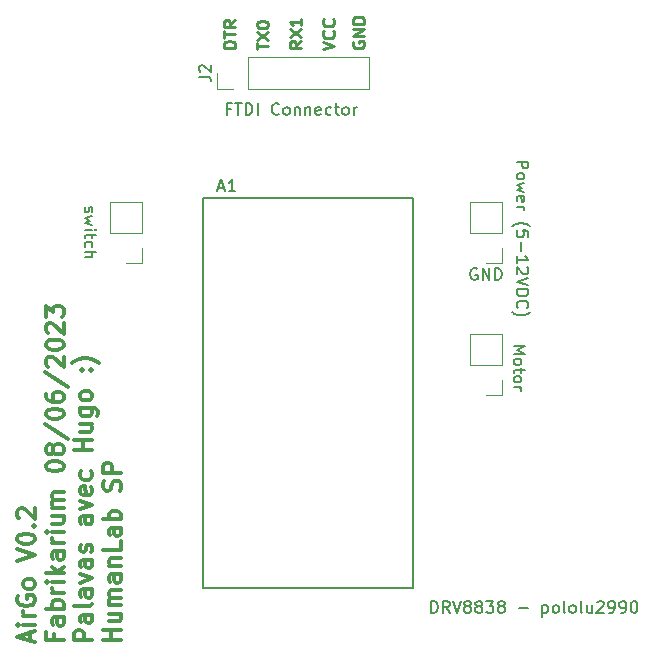
<source format=gbr>
%TF.GenerationSoftware,KiCad,Pcbnew,8.0.1-8.0.1-1~ubuntu22.04.1*%
%TF.CreationDate,2024-03-21T15:32:47+01:00*%
%TF.ProjectId,AirGo,41697247-6f2e-46b6-9963-61645f706362,rev?*%
%TF.SameCoordinates,Original*%
%TF.FileFunction,Legend,Top*%
%TF.FilePolarity,Positive*%
%FSLAX46Y46*%
G04 Gerber Fmt 4.6, Leading zero omitted, Abs format (unit mm)*
G04 Created by KiCad (PCBNEW 8.0.1-8.0.1-1~ubuntu22.04.1) date 2024-03-21 15:32:47*
%MOMM*%
%LPD*%
G01*
G04 APERTURE LIST*
%ADD10C,0.250000*%
%ADD11C,0.300000*%
%ADD12C,0.150000*%
%ADD13C,0.120000*%
G04 APERTURE END LIST*
D10*
X120832238Y-43777622D02*
X120784619Y-43872860D01*
X120784619Y-43872860D02*
X120784619Y-44015717D01*
X120784619Y-44015717D02*
X120832238Y-44158574D01*
X120832238Y-44158574D02*
X120927476Y-44253812D01*
X120927476Y-44253812D02*
X121022714Y-44301431D01*
X121022714Y-44301431D02*
X121213190Y-44349050D01*
X121213190Y-44349050D02*
X121356047Y-44349050D01*
X121356047Y-44349050D02*
X121546523Y-44301431D01*
X121546523Y-44301431D02*
X121641761Y-44253812D01*
X121641761Y-44253812D02*
X121737000Y-44158574D01*
X121737000Y-44158574D02*
X121784619Y-44015717D01*
X121784619Y-44015717D02*
X121784619Y-43920479D01*
X121784619Y-43920479D02*
X121737000Y-43777622D01*
X121737000Y-43777622D02*
X121689380Y-43730003D01*
X121689380Y-43730003D02*
X121356047Y-43730003D01*
X121356047Y-43730003D02*
X121356047Y-43920479D01*
X121784619Y-43301431D02*
X120784619Y-43301431D01*
X120784619Y-43301431D02*
X121784619Y-42730003D01*
X121784619Y-42730003D02*
X120784619Y-42730003D01*
X121784619Y-42253812D02*
X120784619Y-42253812D01*
X120784619Y-42253812D02*
X120784619Y-42015717D01*
X120784619Y-42015717D02*
X120832238Y-41872860D01*
X120832238Y-41872860D02*
X120927476Y-41777622D01*
X120927476Y-41777622D02*
X121022714Y-41730003D01*
X121022714Y-41730003D02*
X121213190Y-41682384D01*
X121213190Y-41682384D02*
X121356047Y-41682384D01*
X121356047Y-41682384D02*
X121546523Y-41730003D01*
X121546523Y-41730003D02*
X121641761Y-41777622D01*
X121641761Y-41777622D02*
X121737000Y-41872860D01*
X121737000Y-41872860D02*
X121784619Y-42015717D01*
X121784619Y-42015717D02*
X121784619Y-42253812D01*
X112656619Y-44444288D02*
X112656619Y-43872860D01*
X113656619Y-44158574D02*
X112656619Y-44158574D01*
X112656619Y-43634764D02*
X113656619Y-42968098D01*
X112656619Y-42968098D02*
X113656619Y-43634764D01*
X112656619Y-42396669D02*
X112656619Y-42301431D01*
X112656619Y-42301431D02*
X112704238Y-42206193D01*
X112704238Y-42206193D02*
X112751857Y-42158574D01*
X112751857Y-42158574D02*
X112847095Y-42110955D01*
X112847095Y-42110955D02*
X113037571Y-42063336D01*
X113037571Y-42063336D02*
X113275666Y-42063336D01*
X113275666Y-42063336D02*
X113466142Y-42110955D01*
X113466142Y-42110955D02*
X113561380Y-42158574D01*
X113561380Y-42158574D02*
X113609000Y-42206193D01*
X113609000Y-42206193D02*
X113656619Y-42301431D01*
X113656619Y-42301431D02*
X113656619Y-42396669D01*
X113656619Y-42396669D02*
X113609000Y-42491907D01*
X113609000Y-42491907D02*
X113561380Y-42539526D01*
X113561380Y-42539526D02*
X113466142Y-42587145D01*
X113466142Y-42587145D02*
X113275666Y-42634764D01*
X113275666Y-42634764D02*
X113037571Y-42634764D01*
X113037571Y-42634764D02*
X112847095Y-42587145D01*
X112847095Y-42587145D02*
X112751857Y-42539526D01*
X112751857Y-42539526D02*
X112704238Y-42491907D01*
X112704238Y-42491907D02*
X112656619Y-42396669D01*
X118244619Y-44444288D02*
X119244619Y-44110955D01*
X119244619Y-44110955D02*
X118244619Y-43777622D01*
X119149380Y-42872860D02*
X119197000Y-42920479D01*
X119197000Y-42920479D02*
X119244619Y-43063336D01*
X119244619Y-43063336D02*
X119244619Y-43158574D01*
X119244619Y-43158574D02*
X119197000Y-43301431D01*
X119197000Y-43301431D02*
X119101761Y-43396669D01*
X119101761Y-43396669D02*
X119006523Y-43444288D01*
X119006523Y-43444288D02*
X118816047Y-43491907D01*
X118816047Y-43491907D02*
X118673190Y-43491907D01*
X118673190Y-43491907D02*
X118482714Y-43444288D01*
X118482714Y-43444288D02*
X118387476Y-43396669D01*
X118387476Y-43396669D02*
X118292238Y-43301431D01*
X118292238Y-43301431D02*
X118244619Y-43158574D01*
X118244619Y-43158574D02*
X118244619Y-43063336D01*
X118244619Y-43063336D02*
X118292238Y-42920479D01*
X118292238Y-42920479D02*
X118339857Y-42872860D01*
X119149380Y-41872860D02*
X119197000Y-41920479D01*
X119197000Y-41920479D02*
X119244619Y-42063336D01*
X119244619Y-42063336D02*
X119244619Y-42158574D01*
X119244619Y-42158574D02*
X119197000Y-42301431D01*
X119197000Y-42301431D02*
X119101761Y-42396669D01*
X119101761Y-42396669D02*
X119006523Y-42444288D01*
X119006523Y-42444288D02*
X118816047Y-42491907D01*
X118816047Y-42491907D02*
X118673190Y-42491907D01*
X118673190Y-42491907D02*
X118482714Y-42444288D01*
X118482714Y-42444288D02*
X118387476Y-42396669D01*
X118387476Y-42396669D02*
X118292238Y-42301431D01*
X118292238Y-42301431D02*
X118244619Y-42158574D01*
X118244619Y-42158574D02*
X118244619Y-42063336D01*
X118244619Y-42063336D02*
X118292238Y-41920479D01*
X118292238Y-41920479D02*
X118339857Y-41872860D01*
X116450619Y-43730003D02*
X115974428Y-44063336D01*
X116450619Y-44301431D02*
X115450619Y-44301431D01*
X115450619Y-44301431D02*
X115450619Y-43920479D01*
X115450619Y-43920479D02*
X115498238Y-43825241D01*
X115498238Y-43825241D02*
X115545857Y-43777622D01*
X115545857Y-43777622D02*
X115641095Y-43730003D01*
X115641095Y-43730003D02*
X115783952Y-43730003D01*
X115783952Y-43730003D02*
X115879190Y-43777622D01*
X115879190Y-43777622D02*
X115926809Y-43825241D01*
X115926809Y-43825241D02*
X115974428Y-43920479D01*
X115974428Y-43920479D02*
X115974428Y-44301431D01*
X115450619Y-43396669D02*
X116450619Y-42730003D01*
X115450619Y-42730003D02*
X116450619Y-43396669D01*
X116450619Y-41825241D02*
X116450619Y-42396669D01*
X116450619Y-42110955D02*
X115450619Y-42110955D01*
X115450619Y-42110955D02*
X115593476Y-42206193D01*
X115593476Y-42206193D02*
X115688714Y-42301431D01*
X115688714Y-42301431D02*
X115736333Y-42396669D01*
D11*
X93473509Y-94512917D02*
X93473509Y-93798632D01*
X93902080Y-94655774D02*
X92402080Y-94155774D01*
X92402080Y-94155774D02*
X93902080Y-93655774D01*
X93902080Y-93155775D02*
X92902080Y-93155775D01*
X92402080Y-93155775D02*
X92473509Y-93227203D01*
X92473509Y-93227203D02*
X92544937Y-93155775D01*
X92544937Y-93155775D02*
X92473509Y-93084346D01*
X92473509Y-93084346D02*
X92402080Y-93155775D01*
X92402080Y-93155775D02*
X92544937Y-93155775D01*
X93902080Y-92441489D02*
X92902080Y-92441489D01*
X93187794Y-92441489D02*
X93044937Y-92370060D01*
X93044937Y-92370060D02*
X92973509Y-92298632D01*
X92973509Y-92298632D02*
X92902080Y-92155774D01*
X92902080Y-92155774D02*
X92902080Y-92012917D01*
X92473509Y-90727203D02*
X92402080Y-90870061D01*
X92402080Y-90870061D02*
X92402080Y-91084346D01*
X92402080Y-91084346D02*
X92473509Y-91298632D01*
X92473509Y-91298632D02*
X92616366Y-91441489D01*
X92616366Y-91441489D02*
X92759223Y-91512918D01*
X92759223Y-91512918D02*
X93044937Y-91584346D01*
X93044937Y-91584346D02*
X93259223Y-91584346D01*
X93259223Y-91584346D02*
X93544937Y-91512918D01*
X93544937Y-91512918D02*
X93687794Y-91441489D01*
X93687794Y-91441489D02*
X93830652Y-91298632D01*
X93830652Y-91298632D02*
X93902080Y-91084346D01*
X93902080Y-91084346D02*
X93902080Y-90941489D01*
X93902080Y-90941489D02*
X93830652Y-90727203D01*
X93830652Y-90727203D02*
X93759223Y-90655775D01*
X93759223Y-90655775D02*
X93259223Y-90655775D01*
X93259223Y-90655775D02*
X93259223Y-90941489D01*
X93902080Y-89798632D02*
X93830652Y-89941489D01*
X93830652Y-89941489D02*
X93759223Y-90012918D01*
X93759223Y-90012918D02*
X93616366Y-90084346D01*
X93616366Y-90084346D02*
X93187794Y-90084346D01*
X93187794Y-90084346D02*
X93044937Y-90012918D01*
X93044937Y-90012918D02*
X92973509Y-89941489D01*
X92973509Y-89941489D02*
X92902080Y-89798632D01*
X92902080Y-89798632D02*
X92902080Y-89584346D01*
X92902080Y-89584346D02*
X92973509Y-89441489D01*
X92973509Y-89441489D02*
X93044937Y-89370061D01*
X93044937Y-89370061D02*
X93187794Y-89298632D01*
X93187794Y-89298632D02*
X93616366Y-89298632D01*
X93616366Y-89298632D02*
X93759223Y-89370061D01*
X93759223Y-89370061D02*
X93830652Y-89441489D01*
X93830652Y-89441489D02*
X93902080Y-89584346D01*
X93902080Y-89584346D02*
X93902080Y-89798632D01*
X92402080Y-87727203D02*
X93902080Y-87227203D01*
X93902080Y-87227203D02*
X92402080Y-86727203D01*
X92402080Y-85941489D02*
X92402080Y-85798632D01*
X92402080Y-85798632D02*
X92473509Y-85655775D01*
X92473509Y-85655775D02*
X92544937Y-85584347D01*
X92544937Y-85584347D02*
X92687794Y-85512918D01*
X92687794Y-85512918D02*
X92973509Y-85441489D01*
X92973509Y-85441489D02*
X93330652Y-85441489D01*
X93330652Y-85441489D02*
X93616366Y-85512918D01*
X93616366Y-85512918D02*
X93759223Y-85584347D01*
X93759223Y-85584347D02*
X93830652Y-85655775D01*
X93830652Y-85655775D02*
X93902080Y-85798632D01*
X93902080Y-85798632D02*
X93902080Y-85941489D01*
X93902080Y-85941489D02*
X93830652Y-86084347D01*
X93830652Y-86084347D02*
X93759223Y-86155775D01*
X93759223Y-86155775D02*
X93616366Y-86227204D01*
X93616366Y-86227204D02*
X93330652Y-86298632D01*
X93330652Y-86298632D02*
X92973509Y-86298632D01*
X92973509Y-86298632D02*
X92687794Y-86227204D01*
X92687794Y-86227204D02*
X92544937Y-86155775D01*
X92544937Y-86155775D02*
X92473509Y-86084347D01*
X92473509Y-86084347D02*
X92402080Y-85941489D01*
X93759223Y-84798633D02*
X93830652Y-84727204D01*
X93830652Y-84727204D02*
X93902080Y-84798633D01*
X93902080Y-84798633D02*
X93830652Y-84870061D01*
X93830652Y-84870061D02*
X93759223Y-84798633D01*
X93759223Y-84798633D02*
X93902080Y-84798633D01*
X92544937Y-84155775D02*
X92473509Y-84084347D01*
X92473509Y-84084347D02*
X92402080Y-83941490D01*
X92402080Y-83941490D02*
X92402080Y-83584347D01*
X92402080Y-83584347D02*
X92473509Y-83441490D01*
X92473509Y-83441490D02*
X92544937Y-83370061D01*
X92544937Y-83370061D02*
X92687794Y-83298632D01*
X92687794Y-83298632D02*
X92830652Y-83298632D01*
X92830652Y-83298632D02*
X93044937Y-83370061D01*
X93044937Y-83370061D02*
X93902080Y-84227204D01*
X93902080Y-84227204D02*
X93902080Y-83298632D01*
X95531282Y-93941489D02*
X95531282Y-94441489D01*
X96316996Y-94441489D02*
X94816996Y-94441489D01*
X94816996Y-94441489D02*
X94816996Y-93727203D01*
X96316996Y-92512918D02*
X95531282Y-92512918D01*
X95531282Y-92512918D02*
X95388425Y-92584346D01*
X95388425Y-92584346D02*
X95316996Y-92727203D01*
X95316996Y-92727203D02*
X95316996Y-93012918D01*
X95316996Y-93012918D02*
X95388425Y-93155775D01*
X96245568Y-92512918D02*
X96316996Y-92655775D01*
X96316996Y-92655775D02*
X96316996Y-93012918D01*
X96316996Y-93012918D02*
X96245568Y-93155775D01*
X96245568Y-93155775D02*
X96102710Y-93227203D01*
X96102710Y-93227203D02*
X95959853Y-93227203D01*
X95959853Y-93227203D02*
X95816996Y-93155775D01*
X95816996Y-93155775D02*
X95745568Y-93012918D01*
X95745568Y-93012918D02*
X95745568Y-92655775D01*
X95745568Y-92655775D02*
X95674139Y-92512918D01*
X96316996Y-91798632D02*
X94816996Y-91798632D01*
X95388425Y-91798632D02*
X95316996Y-91655775D01*
X95316996Y-91655775D02*
X95316996Y-91370060D01*
X95316996Y-91370060D02*
X95388425Y-91227203D01*
X95388425Y-91227203D02*
X95459853Y-91155775D01*
X95459853Y-91155775D02*
X95602710Y-91084346D01*
X95602710Y-91084346D02*
X96031282Y-91084346D01*
X96031282Y-91084346D02*
X96174139Y-91155775D01*
X96174139Y-91155775D02*
X96245568Y-91227203D01*
X96245568Y-91227203D02*
X96316996Y-91370060D01*
X96316996Y-91370060D02*
X96316996Y-91655775D01*
X96316996Y-91655775D02*
X96245568Y-91798632D01*
X96316996Y-90441489D02*
X95316996Y-90441489D01*
X95602710Y-90441489D02*
X95459853Y-90370060D01*
X95459853Y-90370060D02*
X95388425Y-90298632D01*
X95388425Y-90298632D02*
X95316996Y-90155774D01*
X95316996Y-90155774D02*
X95316996Y-90012917D01*
X96316996Y-89512918D02*
X95316996Y-89512918D01*
X94816996Y-89512918D02*
X94888425Y-89584346D01*
X94888425Y-89584346D02*
X94959853Y-89512918D01*
X94959853Y-89512918D02*
X94888425Y-89441489D01*
X94888425Y-89441489D02*
X94816996Y-89512918D01*
X94816996Y-89512918D02*
X94959853Y-89512918D01*
X96316996Y-88798632D02*
X94816996Y-88798632D01*
X95745568Y-88655775D02*
X96316996Y-88227203D01*
X95316996Y-88227203D02*
X95888425Y-88798632D01*
X96316996Y-86941489D02*
X95531282Y-86941489D01*
X95531282Y-86941489D02*
X95388425Y-87012917D01*
X95388425Y-87012917D02*
X95316996Y-87155774D01*
X95316996Y-87155774D02*
X95316996Y-87441489D01*
X95316996Y-87441489D02*
X95388425Y-87584346D01*
X96245568Y-86941489D02*
X96316996Y-87084346D01*
X96316996Y-87084346D02*
X96316996Y-87441489D01*
X96316996Y-87441489D02*
X96245568Y-87584346D01*
X96245568Y-87584346D02*
X96102710Y-87655774D01*
X96102710Y-87655774D02*
X95959853Y-87655774D01*
X95959853Y-87655774D02*
X95816996Y-87584346D01*
X95816996Y-87584346D02*
X95745568Y-87441489D01*
X95745568Y-87441489D02*
X95745568Y-87084346D01*
X95745568Y-87084346D02*
X95674139Y-86941489D01*
X96316996Y-86227203D02*
X95316996Y-86227203D01*
X95602710Y-86227203D02*
X95459853Y-86155774D01*
X95459853Y-86155774D02*
X95388425Y-86084346D01*
X95388425Y-86084346D02*
X95316996Y-85941488D01*
X95316996Y-85941488D02*
X95316996Y-85798631D01*
X96316996Y-85298632D02*
X95316996Y-85298632D01*
X94816996Y-85298632D02*
X94888425Y-85370060D01*
X94888425Y-85370060D02*
X94959853Y-85298632D01*
X94959853Y-85298632D02*
X94888425Y-85227203D01*
X94888425Y-85227203D02*
X94816996Y-85298632D01*
X94816996Y-85298632D02*
X94959853Y-85298632D01*
X95316996Y-83941489D02*
X96316996Y-83941489D01*
X95316996Y-84584346D02*
X96102710Y-84584346D01*
X96102710Y-84584346D02*
X96245568Y-84512917D01*
X96245568Y-84512917D02*
X96316996Y-84370060D01*
X96316996Y-84370060D02*
X96316996Y-84155774D01*
X96316996Y-84155774D02*
X96245568Y-84012917D01*
X96245568Y-84012917D02*
X96174139Y-83941489D01*
X96316996Y-83227203D02*
X95316996Y-83227203D01*
X95459853Y-83227203D02*
X95388425Y-83155774D01*
X95388425Y-83155774D02*
X95316996Y-83012917D01*
X95316996Y-83012917D02*
X95316996Y-82798631D01*
X95316996Y-82798631D02*
X95388425Y-82655774D01*
X95388425Y-82655774D02*
X95531282Y-82584346D01*
X95531282Y-82584346D02*
X96316996Y-82584346D01*
X95531282Y-82584346D02*
X95388425Y-82512917D01*
X95388425Y-82512917D02*
X95316996Y-82370060D01*
X95316996Y-82370060D02*
X95316996Y-82155774D01*
X95316996Y-82155774D02*
X95388425Y-82012917D01*
X95388425Y-82012917D02*
X95531282Y-81941488D01*
X95531282Y-81941488D02*
X96316996Y-81941488D01*
X94816996Y-79798631D02*
X94816996Y-79655774D01*
X94816996Y-79655774D02*
X94888425Y-79512917D01*
X94888425Y-79512917D02*
X94959853Y-79441489D01*
X94959853Y-79441489D02*
X95102710Y-79370060D01*
X95102710Y-79370060D02*
X95388425Y-79298631D01*
X95388425Y-79298631D02*
X95745568Y-79298631D01*
X95745568Y-79298631D02*
X96031282Y-79370060D01*
X96031282Y-79370060D02*
X96174139Y-79441489D01*
X96174139Y-79441489D02*
X96245568Y-79512917D01*
X96245568Y-79512917D02*
X96316996Y-79655774D01*
X96316996Y-79655774D02*
X96316996Y-79798631D01*
X96316996Y-79798631D02*
X96245568Y-79941489D01*
X96245568Y-79941489D02*
X96174139Y-80012917D01*
X96174139Y-80012917D02*
X96031282Y-80084346D01*
X96031282Y-80084346D02*
X95745568Y-80155774D01*
X95745568Y-80155774D02*
X95388425Y-80155774D01*
X95388425Y-80155774D02*
X95102710Y-80084346D01*
X95102710Y-80084346D02*
X94959853Y-80012917D01*
X94959853Y-80012917D02*
X94888425Y-79941489D01*
X94888425Y-79941489D02*
X94816996Y-79798631D01*
X95459853Y-78441489D02*
X95388425Y-78584346D01*
X95388425Y-78584346D02*
X95316996Y-78655775D01*
X95316996Y-78655775D02*
X95174139Y-78727203D01*
X95174139Y-78727203D02*
X95102710Y-78727203D01*
X95102710Y-78727203D02*
X94959853Y-78655775D01*
X94959853Y-78655775D02*
X94888425Y-78584346D01*
X94888425Y-78584346D02*
X94816996Y-78441489D01*
X94816996Y-78441489D02*
X94816996Y-78155775D01*
X94816996Y-78155775D02*
X94888425Y-78012918D01*
X94888425Y-78012918D02*
X94959853Y-77941489D01*
X94959853Y-77941489D02*
X95102710Y-77870060D01*
X95102710Y-77870060D02*
X95174139Y-77870060D01*
X95174139Y-77870060D02*
X95316996Y-77941489D01*
X95316996Y-77941489D02*
X95388425Y-78012918D01*
X95388425Y-78012918D02*
X95459853Y-78155775D01*
X95459853Y-78155775D02*
X95459853Y-78441489D01*
X95459853Y-78441489D02*
X95531282Y-78584346D01*
X95531282Y-78584346D02*
X95602710Y-78655775D01*
X95602710Y-78655775D02*
X95745568Y-78727203D01*
X95745568Y-78727203D02*
X96031282Y-78727203D01*
X96031282Y-78727203D02*
X96174139Y-78655775D01*
X96174139Y-78655775D02*
X96245568Y-78584346D01*
X96245568Y-78584346D02*
X96316996Y-78441489D01*
X96316996Y-78441489D02*
X96316996Y-78155775D01*
X96316996Y-78155775D02*
X96245568Y-78012918D01*
X96245568Y-78012918D02*
X96174139Y-77941489D01*
X96174139Y-77941489D02*
X96031282Y-77870060D01*
X96031282Y-77870060D02*
X95745568Y-77870060D01*
X95745568Y-77870060D02*
X95602710Y-77941489D01*
X95602710Y-77941489D02*
X95531282Y-78012918D01*
X95531282Y-78012918D02*
X95459853Y-78155775D01*
X94745568Y-76155775D02*
X96674139Y-77441489D01*
X94816996Y-75370060D02*
X94816996Y-75227203D01*
X94816996Y-75227203D02*
X94888425Y-75084346D01*
X94888425Y-75084346D02*
X94959853Y-75012918D01*
X94959853Y-75012918D02*
X95102710Y-74941489D01*
X95102710Y-74941489D02*
X95388425Y-74870060D01*
X95388425Y-74870060D02*
X95745568Y-74870060D01*
X95745568Y-74870060D02*
X96031282Y-74941489D01*
X96031282Y-74941489D02*
X96174139Y-75012918D01*
X96174139Y-75012918D02*
X96245568Y-75084346D01*
X96245568Y-75084346D02*
X96316996Y-75227203D01*
X96316996Y-75227203D02*
X96316996Y-75370060D01*
X96316996Y-75370060D02*
X96245568Y-75512918D01*
X96245568Y-75512918D02*
X96174139Y-75584346D01*
X96174139Y-75584346D02*
X96031282Y-75655775D01*
X96031282Y-75655775D02*
X95745568Y-75727203D01*
X95745568Y-75727203D02*
X95388425Y-75727203D01*
X95388425Y-75727203D02*
X95102710Y-75655775D01*
X95102710Y-75655775D02*
X94959853Y-75584346D01*
X94959853Y-75584346D02*
X94888425Y-75512918D01*
X94888425Y-75512918D02*
X94816996Y-75370060D01*
X94816996Y-73584347D02*
X94816996Y-73870061D01*
X94816996Y-73870061D02*
X94888425Y-74012918D01*
X94888425Y-74012918D02*
X94959853Y-74084347D01*
X94959853Y-74084347D02*
X95174139Y-74227204D01*
X95174139Y-74227204D02*
X95459853Y-74298632D01*
X95459853Y-74298632D02*
X96031282Y-74298632D01*
X96031282Y-74298632D02*
X96174139Y-74227204D01*
X96174139Y-74227204D02*
X96245568Y-74155775D01*
X96245568Y-74155775D02*
X96316996Y-74012918D01*
X96316996Y-74012918D02*
X96316996Y-73727204D01*
X96316996Y-73727204D02*
X96245568Y-73584347D01*
X96245568Y-73584347D02*
X96174139Y-73512918D01*
X96174139Y-73512918D02*
X96031282Y-73441489D01*
X96031282Y-73441489D02*
X95674139Y-73441489D01*
X95674139Y-73441489D02*
X95531282Y-73512918D01*
X95531282Y-73512918D02*
X95459853Y-73584347D01*
X95459853Y-73584347D02*
X95388425Y-73727204D01*
X95388425Y-73727204D02*
X95388425Y-74012918D01*
X95388425Y-74012918D02*
X95459853Y-74155775D01*
X95459853Y-74155775D02*
X95531282Y-74227204D01*
X95531282Y-74227204D02*
X95674139Y-74298632D01*
X94745568Y-71727204D02*
X96674139Y-73012918D01*
X94959853Y-71298632D02*
X94888425Y-71227204D01*
X94888425Y-71227204D02*
X94816996Y-71084347D01*
X94816996Y-71084347D02*
X94816996Y-70727204D01*
X94816996Y-70727204D02*
X94888425Y-70584347D01*
X94888425Y-70584347D02*
X94959853Y-70512918D01*
X94959853Y-70512918D02*
X95102710Y-70441489D01*
X95102710Y-70441489D02*
X95245568Y-70441489D01*
X95245568Y-70441489D02*
X95459853Y-70512918D01*
X95459853Y-70512918D02*
X96316996Y-71370061D01*
X96316996Y-71370061D02*
X96316996Y-70441489D01*
X94816996Y-69512918D02*
X94816996Y-69370061D01*
X94816996Y-69370061D02*
X94888425Y-69227204D01*
X94888425Y-69227204D02*
X94959853Y-69155776D01*
X94959853Y-69155776D02*
X95102710Y-69084347D01*
X95102710Y-69084347D02*
X95388425Y-69012918D01*
X95388425Y-69012918D02*
X95745568Y-69012918D01*
X95745568Y-69012918D02*
X96031282Y-69084347D01*
X96031282Y-69084347D02*
X96174139Y-69155776D01*
X96174139Y-69155776D02*
X96245568Y-69227204D01*
X96245568Y-69227204D02*
X96316996Y-69370061D01*
X96316996Y-69370061D02*
X96316996Y-69512918D01*
X96316996Y-69512918D02*
X96245568Y-69655776D01*
X96245568Y-69655776D02*
X96174139Y-69727204D01*
X96174139Y-69727204D02*
X96031282Y-69798633D01*
X96031282Y-69798633D02*
X95745568Y-69870061D01*
X95745568Y-69870061D02*
X95388425Y-69870061D01*
X95388425Y-69870061D02*
X95102710Y-69798633D01*
X95102710Y-69798633D02*
X94959853Y-69727204D01*
X94959853Y-69727204D02*
X94888425Y-69655776D01*
X94888425Y-69655776D02*
X94816996Y-69512918D01*
X94959853Y-68441490D02*
X94888425Y-68370062D01*
X94888425Y-68370062D02*
X94816996Y-68227205D01*
X94816996Y-68227205D02*
X94816996Y-67870062D01*
X94816996Y-67870062D02*
X94888425Y-67727205D01*
X94888425Y-67727205D02*
X94959853Y-67655776D01*
X94959853Y-67655776D02*
X95102710Y-67584347D01*
X95102710Y-67584347D02*
X95245568Y-67584347D01*
X95245568Y-67584347D02*
X95459853Y-67655776D01*
X95459853Y-67655776D02*
X96316996Y-68512919D01*
X96316996Y-68512919D02*
X96316996Y-67584347D01*
X94816996Y-67084348D02*
X94816996Y-66155776D01*
X94816996Y-66155776D02*
X95388425Y-66655776D01*
X95388425Y-66655776D02*
X95388425Y-66441491D01*
X95388425Y-66441491D02*
X95459853Y-66298634D01*
X95459853Y-66298634D02*
X95531282Y-66227205D01*
X95531282Y-66227205D02*
X95674139Y-66155776D01*
X95674139Y-66155776D02*
X96031282Y-66155776D01*
X96031282Y-66155776D02*
X96174139Y-66227205D01*
X96174139Y-66227205D02*
X96245568Y-66298634D01*
X96245568Y-66298634D02*
X96316996Y-66441491D01*
X96316996Y-66441491D02*
X96316996Y-66870062D01*
X96316996Y-66870062D02*
X96245568Y-67012919D01*
X96245568Y-67012919D02*
X96174139Y-67084348D01*
X98731912Y-94441489D02*
X97231912Y-94441489D01*
X97231912Y-94441489D02*
X97231912Y-93870060D01*
X97231912Y-93870060D02*
X97303341Y-93727203D01*
X97303341Y-93727203D02*
X97374769Y-93655774D01*
X97374769Y-93655774D02*
X97517626Y-93584346D01*
X97517626Y-93584346D02*
X97731912Y-93584346D01*
X97731912Y-93584346D02*
X97874769Y-93655774D01*
X97874769Y-93655774D02*
X97946198Y-93727203D01*
X97946198Y-93727203D02*
X98017626Y-93870060D01*
X98017626Y-93870060D02*
X98017626Y-94441489D01*
X98731912Y-92298632D02*
X97946198Y-92298632D01*
X97946198Y-92298632D02*
X97803341Y-92370060D01*
X97803341Y-92370060D02*
X97731912Y-92512917D01*
X97731912Y-92512917D02*
X97731912Y-92798632D01*
X97731912Y-92798632D02*
X97803341Y-92941489D01*
X98660484Y-92298632D02*
X98731912Y-92441489D01*
X98731912Y-92441489D02*
X98731912Y-92798632D01*
X98731912Y-92798632D02*
X98660484Y-92941489D01*
X98660484Y-92941489D02*
X98517626Y-93012917D01*
X98517626Y-93012917D02*
X98374769Y-93012917D01*
X98374769Y-93012917D02*
X98231912Y-92941489D01*
X98231912Y-92941489D02*
X98160484Y-92798632D01*
X98160484Y-92798632D02*
X98160484Y-92441489D01*
X98160484Y-92441489D02*
X98089055Y-92298632D01*
X98731912Y-91370060D02*
X98660484Y-91512917D01*
X98660484Y-91512917D02*
X98517626Y-91584346D01*
X98517626Y-91584346D02*
X97231912Y-91584346D01*
X98731912Y-90155775D02*
X97946198Y-90155775D01*
X97946198Y-90155775D02*
X97803341Y-90227203D01*
X97803341Y-90227203D02*
X97731912Y-90370060D01*
X97731912Y-90370060D02*
X97731912Y-90655775D01*
X97731912Y-90655775D02*
X97803341Y-90798632D01*
X98660484Y-90155775D02*
X98731912Y-90298632D01*
X98731912Y-90298632D02*
X98731912Y-90655775D01*
X98731912Y-90655775D02*
X98660484Y-90798632D01*
X98660484Y-90798632D02*
X98517626Y-90870060D01*
X98517626Y-90870060D02*
X98374769Y-90870060D01*
X98374769Y-90870060D02*
X98231912Y-90798632D01*
X98231912Y-90798632D02*
X98160484Y-90655775D01*
X98160484Y-90655775D02*
X98160484Y-90298632D01*
X98160484Y-90298632D02*
X98089055Y-90155775D01*
X97731912Y-89584346D02*
X98731912Y-89227203D01*
X98731912Y-89227203D02*
X97731912Y-88870060D01*
X98731912Y-87655775D02*
X97946198Y-87655775D01*
X97946198Y-87655775D02*
X97803341Y-87727203D01*
X97803341Y-87727203D02*
X97731912Y-87870060D01*
X97731912Y-87870060D02*
X97731912Y-88155775D01*
X97731912Y-88155775D02*
X97803341Y-88298632D01*
X98660484Y-87655775D02*
X98731912Y-87798632D01*
X98731912Y-87798632D02*
X98731912Y-88155775D01*
X98731912Y-88155775D02*
X98660484Y-88298632D01*
X98660484Y-88298632D02*
X98517626Y-88370060D01*
X98517626Y-88370060D02*
X98374769Y-88370060D01*
X98374769Y-88370060D02*
X98231912Y-88298632D01*
X98231912Y-88298632D02*
X98160484Y-88155775D01*
X98160484Y-88155775D02*
X98160484Y-87798632D01*
X98160484Y-87798632D02*
X98089055Y-87655775D01*
X98660484Y-87012917D02*
X98731912Y-86870060D01*
X98731912Y-86870060D02*
X98731912Y-86584346D01*
X98731912Y-86584346D02*
X98660484Y-86441489D01*
X98660484Y-86441489D02*
X98517626Y-86370060D01*
X98517626Y-86370060D02*
X98446198Y-86370060D01*
X98446198Y-86370060D02*
X98303341Y-86441489D01*
X98303341Y-86441489D02*
X98231912Y-86584346D01*
X98231912Y-86584346D02*
X98231912Y-86798632D01*
X98231912Y-86798632D02*
X98160484Y-86941489D01*
X98160484Y-86941489D02*
X98017626Y-87012917D01*
X98017626Y-87012917D02*
X97946198Y-87012917D01*
X97946198Y-87012917D02*
X97803341Y-86941489D01*
X97803341Y-86941489D02*
X97731912Y-86798632D01*
X97731912Y-86798632D02*
X97731912Y-86584346D01*
X97731912Y-86584346D02*
X97803341Y-86441489D01*
X98731912Y-83941489D02*
X97946198Y-83941489D01*
X97946198Y-83941489D02*
X97803341Y-84012917D01*
X97803341Y-84012917D02*
X97731912Y-84155774D01*
X97731912Y-84155774D02*
X97731912Y-84441489D01*
X97731912Y-84441489D02*
X97803341Y-84584346D01*
X98660484Y-83941489D02*
X98731912Y-84084346D01*
X98731912Y-84084346D02*
X98731912Y-84441489D01*
X98731912Y-84441489D02*
X98660484Y-84584346D01*
X98660484Y-84584346D02*
X98517626Y-84655774D01*
X98517626Y-84655774D02*
X98374769Y-84655774D01*
X98374769Y-84655774D02*
X98231912Y-84584346D01*
X98231912Y-84584346D02*
X98160484Y-84441489D01*
X98160484Y-84441489D02*
X98160484Y-84084346D01*
X98160484Y-84084346D02*
X98089055Y-83941489D01*
X97731912Y-83370060D02*
X98731912Y-83012917D01*
X98731912Y-83012917D02*
X97731912Y-82655774D01*
X98660484Y-81512917D02*
X98731912Y-81655774D01*
X98731912Y-81655774D02*
X98731912Y-81941489D01*
X98731912Y-81941489D02*
X98660484Y-82084346D01*
X98660484Y-82084346D02*
X98517626Y-82155774D01*
X98517626Y-82155774D02*
X97946198Y-82155774D01*
X97946198Y-82155774D02*
X97803341Y-82084346D01*
X97803341Y-82084346D02*
X97731912Y-81941489D01*
X97731912Y-81941489D02*
X97731912Y-81655774D01*
X97731912Y-81655774D02*
X97803341Y-81512917D01*
X97803341Y-81512917D02*
X97946198Y-81441489D01*
X97946198Y-81441489D02*
X98089055Y-81441489D01*
X98089055Y-81441489D02*
X98231912Y-82155774D01*
X98660484Y-80155775D02*
X98731912Y-80298632D01*
X98731912Y-80298632D02*
X98731912Y-80584346D01*
X98731912Y-80584346D02*
X98660484Y-80727203D01*
X98660484Y-80727203D02*
X98589055Y-80798632D01*
X98589055Y-80798632D02*
X98446198Y-80870060D01*
X98446198Y-80870060D02*
X98017626Y-80870060D01*
X98017626Y-80870060D02*
X97874769Y-80798632D01*
X97874769Y-80798632D02*
X97803341Y-80727203D01*
X97803341Y-80727203D02*
X97731912Y-80584346D01*
X97731912Y-80584346D02*
X97731912Y-80298632D01*
X97731912Y-80298632D02*
X97803341Y-80155775D01*
X98731912Y-78370061D02*
X97231912Y-78370061D01*
X97946198Y-78370061D02*
X97946198Y-77512918D01*
X98731912Y-77512918D02*
X97231912Y-77512918D01*
X97731912Y-76155775D02*
X98731912Y-76155775D01*
X97731912Y-76798632D02*
X98517626Y-76798632D01*
X98517626Y-76798632D02*
X98660484Y-76727203D01*
X98660484Y-76727203D02*
X98731912Y-76584346D01*
X98731912Y-76584346D02*
X98731912Y-76370060D01*
X98731912Y-76370060D02*
X98660484Y-76227203D01*
X98660484Y-76227203D02*
X98589055Y-76155775D01*
X97731912Y-74798632D02*
X98946198Y-74798632D01*
X98946198Y-74798632D02*
X99089055Y-74870060D01*
X99089055Y-74870060D02*
X99160484Y-74941489D01*
X99160484Y-74941489D02*
X99231912Y-75084346D01*
X99231912Y-75084346D02*
X99231912Y-75298632D01*
X99231912Y-75298632D02*
X99160484Y-75441489D01*
X98660484Y-74798632D02*
X98731912Y-74941489D01*
X98731912Y-74941489D02*
X98731912Y-75227203D01*
X98731912Y-75227203D02*
X98660484Y-75370060D01*
X98660484Y-75370060D02*
X98589055Y-75441489D01*
X98589055Y-75441489D02*
X98446198Y-75512917D01*
X98446198Y-75512917D02*
X98017626Y-75512917D01*
X98017626Y-75512917D02*
X97874769Y-75441489D01*
X97874769Y-75441489D02*
X97803341Y-75370060D01*
X97803341Y-75370060D02*
X97731912Y-75227203D01*
X97731912Y-75227203D02*
X97731912Y-74941489D01*
X97731912Y-74941489D02*
X97803341Y-74798632D01*
X98731912Y-73870060D02*
X98660484Y-74012917D01*
X98660484Y-74012917D02*
X98589055Y-74084346D01*
X98589055Y-74084346D02*
X98446198Y-74155774D01*
X98446198Y-74155774D02*
X98017626Y-74155774D01*
X98017626Y-74155774D02*
X97874769Y-74084346D01*
X97874769Y-74084346D02*
X97803341Y-74012917D01*
X97803341Y-74012917D02*
X97731912Y-73870060D01*
X97731912Y-73870060D02*
X97731912Y-73655774D01*
X97731912Y-73655774D02*
X97803341Y-73512917D01*
X97803341Y-73512917D02*
X97874769Y-73441489D01*
X97874769Y-73441489D02*
X98017626Y-73370060D01*
X98017626Y-73370060D02*
X98446198Y-73370060D01*
X98446198Y-73370060D02*
X98589055Y-73441489D01*
X98589055Y-73441489D02*
X98660484Y-73512917D01*
X98660484Y-73512917D02*
X98731912Y-73655774D01*
X98731912Y-73655774D02*
X98731912Y-73870060D01*
X98589055Y-71584346D02*
X98660484Y-71512917D01*
X98660484Y-71512917D02*
X98731912Y-71584346D01*
X98731912Y-71584346D02*
X98660484Y-71655774D01*
X98660484Y-71655774D02*
X98589055Y-71584346D01*
X98589055Y-71584346D02*
X98731912Y-71584346D01*
X97803341Y-71584346D02*
X97874769Y-71512917D01*
X97874769Y-71512917D02*
X97946198Y-71584346D01*
X97946198Y-71584346D02*
X97874769Y-71655774D01*
X97874769Y-71655774D02*
X97803341Y-71584346D01*
X97803341Y-71584346D02*
X97946198Y-71584346D01*
X99303341Y-71012917D02*
X99231912Y-70941488D01*
X99231912Y-70941488D02*
X99017626Y-70798631D01*
X99017626Y-70798631D02*
X98874769Y-70727203D01*
X98874769Y-70727203D02*
X98660484Y-70655774D01*
X98660484Y-70655774D02*
X98303341Y-70584345D01*
X98303341Y-70584345D02*
X98017626Y-70584345D01*
X98017626Y-70584345D02*
X97660484Y-70655774D01*
X97660484Y-70655774D02*
X97446198Y-70727203D01*
X97446198Y-70727203D02*
X97303341Y-70798631D01*
X97303341Y-70798631D02*
X97089055Y-70941488D01*
X97089055Y-70941488D02*
X97017626Y-71012917D01*
X101146828Y-94441489D02*
X99646828Y-94441489D01*
X100361114Y-94441489D02*
X100361114Y-93584346D01*
X101146828Y-93584346D02*
X99646828Y-93584346D01*
X100146828Y-92227203D02*
X101146828Y-92227203D01*
X100146828Y-92870060D02*
X100932542Y-92870060D01*
X100932542Y-92870060D02*
X101075400Y-92798631D01*
X101075400Y-92798631D02*
X101146828Y-92655774D01*
X101146828Y-92655774D02*
X101146828Y-92441488D01*
X101146828Y-92441488D02*
X101075400Y-92298631D01*
X101075400Y-92298631D02*
X101003971Y-92227203D01*
X101146828Y-91512917D02*
X100146828Y-91512917D01*
X100289685Y-91512917D02*
X100218257Y-91441488D01*
X100218257Y-91441488D02*
X100146828Y-91298631D01*
X100146828Y-91298631D02*
X100146828Y-91084345D01*
X100146828Y-91084345D02*
X100218257Y-90941488D01*
X100218257Y-90941488D02*
X100361114Y-90870060D01*
X100361114Y-90870060D02*
X101146828Y-90870060D01*
X100361114Y-90870060D02*
X100218257Y-90798631D01*
X100218257Y-90798631D02*
X100146828Y-90655774D01*
X100146828Y-90655774D02*
X100146828Y-90441488D01*
X100146828Y-90441488D02*
X100218257Y-90298631D01*
X100218257Y-90298631D02*
X100361114Y-90227202D01*
X100361114Y-90227202D02*
X101146828Y-90227202D01*
X101146828Y-88870060D02*
X100361114Y-88870060D01*
X100361114Y-88870060D02*
X100218257Y-88941488D01*
X100218257Y-88941488D02*
X100146828Y-89084345D01*
X100146828Y-89084345D02*
X100146828Y-89370060D01*
X100146828Y-89370060D02*
X100218257Y-89512917D01*
X101075400Y-88870060D02*
X101146828Y-89012917D01*
X101146828Y-89012917D02*
X101146828Y-89370060D01*
X101146828Y-89370060D02*
X101075400Y-89512917D01*
X101075400Y-89512917D02*
X100932542Y-89584345D01*
X100932542Y-89584345D02*
X100789685Y-89584345D01*
X100789685Y-89584345D02*
X100646828Y-89512917D01*
X100646828Y-89512917D02*
X100575400Y-89370060D01*
X100575400Y-89370060D02*
X100575400Y-89012917D01*
X100575400Y-89012917D02*
X100503971Y-88870060D01*
X100146828Y-88155774D02*
X101146828Y-88155774D01*
X100289685Y-88155774D02*
X100218257Y-88084345D01*
X100218257Y-88084345D02*
X100146828Y-87941488D01*
X100146828Y-87941488D02*
X100146828Y-87727202D01*
X100146828Y-87727202D02*
X100218257Y-87584345D01*
X100218257Y-87584345D02*
X100361114Y-87512917D01*
X100361114Y-87512917D02*
X101146828Y-87512917D01*
X101146828Y-86084345D02*
X101146828Y-86798631D01*
X101146828Y-86798631D02*
X99646828Y-86798631D01*
X101146828Y-84941488D02*
X100361114Y-84941488D01*
X100361114Y-84941488D02*
X100218257Y-85012916D01*
X100218257Y-85012916D02*
X100146828Y-85155773D01*
X100146828Y-85155773D02*
X100146828Y-85441488D01*
X100146828Y-85441488D02*
X100218257Y-85584345D01*
X101075400Y-84941488D02*
X101146828Y-85084345D01*
X101146828Y-85084345D02*
X101146828Y-85441488D01*
X101146828Y-85441488D02*
X101075400Y-85584345D01*
X101075400Y-85584345D02*
X100932542Y-85655773D01*
X100932542Y-85655773D02*
X100789685Y-85655773D01*
X100789685Y-85655773D02*
X100646828Y-85584345D01*
X100646828Y-85584345D02*
X100575400Y-85441488D01*
X100575400Y-85441488D02*
X100575400Y-85084345D01*
X100575400Y-85084345D02*
X100503971Y-84941488D01*
X101146828Y-84227202D02*
X99646828Y-84227202D01*
X100218257Y-84227202D02*
X100146828Y-84084345D01*
X100146828Y-84084345D02*
X100146828Y-83798630D01*
X100146828Y-83798630D02*
X100218257Y-83655773D01*
X100218257Y-83655773D02*
X100289685Y-83584345D01*
X100289685Y-83584345D02*
X100432542Y-83512916D01*
X100432542Y-83512916D02*
X100861114Y-83512916D01*
X100861114Y-83512916D02*
X101003971Y-83584345D01*
X101003971Y-83584345D02*
X101075400Y-83655773D01*
X101075400Y-83655773D02*
X101146828Y-83798630D01*
X101146828Y-83798630D02*
X101146828Y-84084345D01*
X101146828Y-84084345D02*
X101075400Y-84227202D01*
X101075400Y-81798630D02*
X101146828Y-81584345D01*
X101146828Y-81584345D02*
X101146828Y-81227202D01*
X101146828Y-81227202D02*
X101075400Y-81084345D01*
X101075400Y-81084345D02*
X101003971Y-81012916D01*
X101003971Y-81012916D02*
X100861114Y-80941487D01*
X100861114Y-80941487D02*
X100718257Y-80941487D01*
X100718257Y-80941487D02*
X100575400Y-81012916D01*
X100575400Y-81012916D02*
X100503971Y-81084345D01*
X100503971Y-81084345D02*
X100432542Y-81227202D01*
X100432542Y-81227202D02*
X100361114Y-81512916D01*
X100361114Y-81512916D02*
X100289685Y-81655773D01*
X100289685Y-81655773D02*
X100218257Y-81727202D01*
X100218257Y-81727202D02*
X100075400Y-81798630D01*
X100075400Y-81798630D02*
X99932542Y-81798630D01*
X99932542Y-81798630D02*
X99789685Y-81727202D01*
X99789685Y-81727202D02*
X99718257Y-81655773D01*
X99718257Y-81655773D02*
X99646828Y-81512916D01*
X99646828Y-81512916D02*
X99646828Y-81155773D01*
X99646828Y-81155773D02*
X99718257Y-80941487D01*
X101146828Y-80298631D02*
X99646828Y-80298631D01*
X99646828Y-80298631D02*
X99646828Y-79727202D01*
X99646828Y-79727202D02*
X99718257Y-79584345D01*
X99718257Y-79584345D02*
X99789685Y-79512916D01*
X99789685Y-79512916D02*
X99932542Y-79441488D01*
X99932542Y-79441488D02*
X100146828Y-79441488D01*
X100146828Y-79441488D02*
X100289685Y-79512916D01*
X100289685Y-79512916D02*
X100361114Y-79584345D01*
X100361114Y-79584345D02*
X100432542Y-79727202D01*
X100432542Y-79727202D02*
X100432542Y-80298631D01*
D10*
X110862619Y-44301431D02*
X109862619Y-44301431D01*
X109862619Y-44301431D02*
X109862619Y-44063336D01*
X109862619Y-44063336D02*
X109910238Y-43920479D01*
X109910238Y-43920479D02*
X110005476Y-43825241D01*
X110005476Y-43825241D02*
X110100714Y-43777622D01*
X110100714Y-43777622D02*
X110291190Y-43730003D01*
X110291190Y-43730003D02*
X110434047Y-43730003D01*
X110434047Y-43730003D02*
X110624523Y-43777622D01*
X110624523Y-43777622D02*
X110719761Y-43825241D01*
X110719761Y-43825241D02*
X110815000Y-43920479D01*
X110815000Y-43920479D02*
X110862619Y-44063336D01*
X110862619Y-44063336D02*
X110862619Y-44301431D01*
X109862619Y-43444288D02*
X109862619Y-42872860D01*
X110862619Y-43158574D02*
X109862619Y-43158574D01*
X110862619Y-41968098D02*
X110386428Y-42301431D01*
X110862619Y-42539526D02*
X109862619Y-42539526D01*
X109862619Y-42539526D02*
X109862619Y-42158574D01*
X109862619Y-42158574D02*
X109910238Y-42063336D01*
X109910238Y-42063336D02*
X109957857Y-42015717D01*
X109957857Y-42015717D02*
X110053095Y-41968098D01*
X110053095Y-41968098D02*
X110195952Y-41968098D01*
X110195952Y-41968098D02*
X110291190Y-42015717D01*
X110291190Y-42015717D02*
X110338809Y-42063336D01*
X110338809Y-42063336D02*
X110386428Y-42158574D01*
X110386428Y-42158574D02*
X110386428Y-42539526D01*
D12*
X134673180Y-53951999D02*
X135673180Y-53951999D01*
X135673180Y-53951999D02*
X135673180Y-54332951D01*
X135673180Y-54332951D02*
X135625561Y-54428189D01*
X135625561Y-54428189D02*
X135577942Y-54475808D01*
X135577942Y-54475808D02*
X135482704Y-54523427D01*
X135482704Y-54523427D02*
X135339847Y-54523427D01*
X135339847Y-54523427D02*
X135244609Y-54475808D01*
X135244609Y-54475808D02*
X135196990Y-54428189D01*
X135196990Y-54428189D02*
X135149371Y-54332951D01*
X135149371Y-54332951D02*
X135149371Y-53951999D01*
X134673180Y-55094856D02*
X134720800Y-54999618D01*
X134720800Y-54999618D02*
X134768419Y-54951999D01*
X134768419Y-54951999D02*
X134863657Y-54904380D01*
X134863657Y-54904380D02*
X135149371Y-54904380D01*
X135149371Y-54904380D02*
X135244609Y-54951999D01*
X135244609Y-54951999D02*
X135292228Y-54999618D01*
X135292228Y-54999618D02*
X135339847Y-55094856D01*
X135339847Y-55094856D02*
X135339847Y-55237713D01*
X135339847Y-55237713D02*
X135292228Y-55332951D01*
X135292228Y-55332951D02*
X135244609Y-55380570D01*
X135244609Y-55380570D02*
X135149371Y-55428189D01*
X135149371Y-55428189D02*
X134863657Y-55428189D01*
X134863657Y-55428189D02*
X134768419Y-55380570D01*
X134768419Y-55380570D02*
X134720800Y-55332951D01*
X134720800Y-55332951D02*
X134673180Y-55237713D01*
X134673180Y-55237713D02*
X134673180Y-55094856D01*
X135339847Y-55761523D02*
X134673180Y-55951999D01*
X134673180Y-55951999D02*
X135149371Y-56142475D01*
X135149371Y-56142475D02*
X134673180Y-56332951D01*
X134673180Y-56332951D02*
X135339847Y-56523427D01*
X134720800Y-57285332D02*
X134673180Y-57190094D01*
X134673180Y-57190094D02*
X134673180Y-56999618D01*
X134673180Y-56999618D02*
X134720800Y-56904380D01*
X134720800Y-56904380D02*
X134816038Y-56856761D01*
X134816038Y-56856761D02*
X135196990Y-56856761D01*
X135196990Y-56856761D02*
X135292228Y-56904380D01*
X135292228Y-56904380D02*
X135339847Y-56999618D01*
X135339847Y-56999618D02*
X135339847Y-57190094D01*
X135339847Y-57190094D02*
X135292228Y-57285332D01*
X135292228Y-57285332D02*
X135196990Y-57332951D01*
X135196990Y-57332951D02*
X135101752Y-57332951D01*
X135101752Y-57332951D02*
X135006514Y-56856761D01*
X134673180Y-57761523D02*
X135339847Y-57761523D01*
X135149371Y-57761523D02*
X135244609Y-57809142D01*
X135244609Y-57809142D02*
X135292228Y-57856761D01*
X135292228Y-57856761D02*
X135339847Y-57951999D01*
X135339847Y-57951999D02*
X135339847Y-58047237D01*
X134292228Y-59428190D02*
X134339847Y-59380571D01*
X134339847Y-59380571D02*
X134482704Y-59285333D01*
X134482704Y-59285333D02*
X134577942Y-59237714D01*
X134577942Y-59237714D02*
X134720800Y-59190095D01*
X134720800Y-59190095D02*
X134958895Y-59142476D01*
X134958895Y-59142476D02*
X135149371Y-59142476D01*
X135149371Y-59142476D02*
X135387466Y-59190095D01*
X135387466Y-59190095D02*
X135530323Y-59237714D01*
X135530323Y-59237714D02*
X135625561Y-59285333D01*
X135625561Y-59285333D02*
X135768419Y-59380571D01*
X135768419Y-59380571D02*
X135816038Y-59428190D01*
X135673180Y-60285333D02*
X135673180Y-59809143D01*
X135673180Y-59809143D02*
X135196990Y-59761524D01*
X135196990Y-59761524D02*
X135244609Y-59809143D01*
X135244609Y-59809143D02*
X135292228Y-59904381D01*
X135292228Y-59904381D02*
X135292228Y-60142476D01*
X135292228Y-60142476D02*
X135244609Y-60237714D01*
X135244609Y-60237714D02*
X135196990Y-60285333D01*
X135196990Y-60285333D02*
X135101752Y-60332952D01*
X135101752Y-60332952D02*
X134863657Y-60332952D01*
X134863657Y-60332952D02*
X134768419Y-60285333D01*
X134768419Y-60285333D02*
X134720800Y-60237714D01*
X134720800Y-60237714D02*
X134673180Y-60142476D01*
X134673180Y-60142476D02*
X134673180Y-59904381D01*
X134673180Y-59904381D02*
X134720800Y-59809143D01*
X134720800Y-59809143D02*
X134768419Y-59761524D01*
X135054133Y-60761524D02*
X135054133Y-61523429D01*
X134673180Y-62523428D02*
X134673180Y-61952000D01*
X134673180Y-62237714D02*
X135673180Y-62237714D01*
X135673180Y-62237714D02*
X135530323Y-62142476D01*
X135530323Y-62142476D02*
X135435085Y-62047238D01*
X135435085Y-62047238D02*
X135387466Y-61952000D01*
X135577942Y-62904381D02*
X135625561Y-62952000D01*
X135625561Y-62952000D02*
X135673180Y-63047238D01*
X135673180Y-63047238D02*
X135673180Y-63285333D01*
X135673180Y-63285333D02*
X135625561Y-63380571D01*
X135625561Y-63380571D02*
X135577942Y-63428190D01*
X135577942Y-63428190D02*
X135482704Y-63475809D01*
X135482704Y-63475809D02*
X135387466Y-63475809D01*
X135387466Y-63475809D02*
X135244609Y-63428190D01*
X135244609Y-63428190D02*
X134673180Y-62856762D01*
X134673180Y-62856762D02*
X134673180Y-63475809D01*
X135673180Y-63761524D02*
X134673180Y-64094857D01*
X134673180Y-64094857D02*
X135673180Y-64428190D01*
X134673180Y-64761524D02*
X135673180Y-64761524D01*
X135673180Y-64761524D02*
X135673180Y-64999619D01*
X135673180Y-64999619D02*
X135625561Y-65142476D01*
X135625561Y-65142476D02*
X135530323Y-65237714D01*
X135530323Y-65237714D02*
X135435085Y-65285333D01*
X135435085Y-65285333D02*
X135244609Y-65332952D01*
X135244609Y-65332952D02*
X135101752Y-65332952D01*
X135101752Y-65332952D02*
X134911276Y-65285333D01*
X134911276Y-65285333D02*
X134816038Y-65237714D01*
X134816038Y-65237714D02*
X134720800Y-65142476D01*
X134720800Y-65142476D02*
X134673180Y-64999619D01*
X134673180Y-64999619D02*
X134673180Y-64761524D01*
X134768419Y-66332952D02*
X134720800Y-66285333D01*
X134720800Y-66285333D02*
X134673180Y-66142476D01*
X134673180Y-66142476D02*
X134673180Y-66047238D01*
X134673180Y-66047238D02*
X134720800Y-65904381D01*
X134720800Y-65904381D02*
X134816038Y-65809143D01*
X134816038Y-65809143D02*
X134911276Y-65761524D01*
X134911276Y-65761524D02*
X135101752Y-65713905D01*
X135101752Y-65713905D02*
X135244609Y-65713905D01*
X135244609Y-65713905D02*
X135435085Y-65761524D01*
X135435085Y-65761524D02*
X135530323Y-65809143D01*
X135530323Y-65809143D02*
X135625561Y-65904381D01*
X135625561Y-65904381D02*
X135673180Y-66047238D01*
X135673180Y-66047238D02*
X135673180Y-66142476D01*
X135673180Y-66142476D02*
X135625561Y-66285333D01*
X135625561Y-66285333D02*
X135577942Y-66332952D01*
X134292228Y-66666286D02*
X134339847Y-66713905D01*
X134339847Y-66713905D02*
X134482704Y-66809143D01*
X134482704Y-66809143D02*
X134577942Y-66856762D01*
X134577942Y-66856762D02*
X134720800Y-66904381D01*
X134720800Y-66904381D02*
X134958895Y-66952000D01*
X134958895Y-66952000D02*
X135149371Y-66952000D01*
X135149371Y-66952000D02*
X135387466Y-66904381D01*
X135387466Y-66904381D02*
X135530323Y-66856762D01*
X135530323Y-66856762D02*
X135625561Y-66809143D01*
X135625561Y-66809143D02*
X135768419Y-66713905D01*
X135768419Y-66713905D02*
X135816038Y-66666286D01*
X131318095Y-63002438D02*
X131222857Y-62954819D01*
X131222857Y-62954819D02*
X131080000Y-62954819D01*
X131080000Y-62954819D02*
X130937143Y-63002438D01*
X130937143Y-63002438D02*
X130841905Y-63097676D01*
X130841905Y-63097676D02*
X130794286Y-63192914D01*
X130794286Y-63192914D02*
X130746667Y-63383390D01*
X130746667Y-63383390D02*
X130746667Y-63526247D01*
X130746667Y-63526247D02*
X130794286Y-63716723D01*
X130794286Y-63716723D02*
X130841905Y-63811961D01*
X130841905Y-63811961D02*
X130937143Y-63907200D01*
X130937143Y-63907200D02*
X131080000Y-63954819D01*
X131080000Y-63954819D02*
X131175238Y-63954819D01*
X131175238Y-63954819D02*
X131318095Y-63907200D01*
X131318095Y-63907200D02*
X131365714Y-63859580D01*
X131365714Y-63859580D02*
X131365714Y-63526247D01*
X131365714Y-63526247D02*
X131175238Y-63526247D01*
X131794286Y-63954819D02*
X131794286Y-62954819D01*
X131794286Y-62954819D02*
X132365714Y-63954819D01*
X132365714Y-63954819D02*
X132365714Y-62954819D01*
X132841905Y-63954819D02*
X132841905Y-62954819D01*
X132841905Y-62954819D02*
X133080000Y-62954819D01*
X133080000Y-62954819D02*
X133222857Y-63002438D01*
X133222857Y-63002438D02*
X133318095Y-63097676D01*
X133318095Y-63097676D02*
X133365714Y-63192914D01*
X133365714Y-63192914D02*
X133413333Y-63383390D01*
X133413333Y-63383390D02*
X133413333Y-63526247D01*
X133413333Y-63526247D02*
X133365714Y-63716723D01*
X133365714Y-63716723D02*
X133318095Y-63811961D01*
X133318095Y-63811961D02*
X133222857Y-63907200D01*
X133222857Y-63907200D02*
X133080000Y-63954819D01*
X133080000Y-63954819D02*
X132841905Y-63954819D01*
X107791714Y-46760704D02*
X108505999Y-46760704D01*
X108505999Y-46760704D02*
X108648856Y-46808323D01*
X108648856Y-46808323D02*
X108744095Y-46903561D01*
X108744095Y-46903561D02*
X108791714Y-47046418D01*
X108791714Y-47046418D02*
X108791714Y-47141656D01*
X107886952Y-46332132D02*
X107839333Y-46284513D01*
X107839333Y-46284513D02*
X107791714Y-46189275D01*
X107791714Y-46189275D02*
X107791714Y-45951180D01*
X107791714Y-45951180D02*
X107839333Y-45855942D01*
X107839333Y-45855942D02*
X107886952Y-45808323D01*
X107886952Y-45808323D02*
X107982190Y-45760704D01*
X107982190Y-45760704D02*
X108077428Y-45760704D01*
X108077428Y-45760704D02*
X108220285Y-45808323D01*
X108220285Y-45808323D02*
X108791714Y-46379751D01*
X108791714Y-46379751D02*
X108791714Y-45760704D01*
X134419180Y-69540666D02*
X135419180Y-69540666D01*
X135419180Y-69540666D02*
X134704895Y-69873999D01*
X134704895Y-69873999D02*
X135419180Y-70207332D01*
X135419180Y-70207332D02*
X134419180Y-70207332D01*
X134419180Y-70826380D02*
X134466800Y-70731142D01*
X134466800Y-70731142D02*
X134514419Y-70683523D01*
X134514419Y-70683523D02*
X134609657Y-70635904D01*
X134609657Y-70635904D02*
X134895371Y-70635904D01*
X134895371Y-70635904D02*
X134990609Y-70683523D01*
X134990609Y-70683523D02*
X135038228Y-70731142D01*
X135038228Y-70731142D02*
X135085847Y-70826380D01*
X135085847Y-70826380D02*
X135085847Y-70969237D01*
X135085847Y-70969237D02*
X135038228Y-71064475D01*
X135038228Y-71064475D02*
X134990609Y-71112094D01*
X134990609Y-71112094D02*
X134895371Y-71159713D01*
X134895371Y-71159713D02*
X134609657Y-71159713D01*
X134609657Y-71159713D02*
X134514419Y-71112094D01*
X134514419Y-71112094D02*
X134466800Y-71064475D01*
X134466800Y-71064475D02*
X134419180Y-70969237D01*
X134419180Y-70969237D02*
X134419180Y-70826380D01*
X135085847Y-71445428D02*
X135085847Y-71826380D01*
X135419180Y-71588285D02*
X134562038Y-71588285D01*
X134562038Y-71588285D02*
X134466800Y-71635904D01*
X134466800Y-71635904D02*
X134419180Y-71731142D01*
X134419180Y-71731142D02*
X134419180Y-71826380D01*
X134419180Y-72302571D02*
X134466800Y-72207333D01*
X134466800Y-72207333D02*
X134514419Y-72159714D01*
X134514419Y-72159714D02*
X134609657Y-72112095D01*
X134609657Y-72112095D02*
X134895371Y-72112095D01*
X134895371Y-72112095D02*
X134990609Y-72159714D01*
X134990609Y-72159714D02*
X135038228Y-72207333D01*
X135038228Y-72207333D02*
X135085847Y-72302571D01*
X135085847Y-72302571D02*
X135085847Y-72445428D01*
X135085847Y-72445428D02*
X135038228Y-72540666D01*
X135038228Y-72540666D02*
X134990609Y-72588285D01*
X134990609Y-72588285D02*
X134895371Y-72635904D01*
X134895371Y-72635904D02*
X134609657Y-72635904D01*
X134609657Y-72635904D02*
X134514419Y-72588285D01*
X134514419Y-72588285D02*
X134466800Y-72540666D01*
X134466800Y-72540666D02*
X134419180Y-72445428D01*
X134419180Y-72445428D02*
X134419180Y-72302571D01*
X134419180Y-73064476D02*
X135085847Y-73064476D01*
X134895371Y-73064476D02*
X134990609Y-73112095D01*
X134990609Y-73112095D02*
X135038228Y-73159714D01*
X135038228Y-73159714D02*
X135085847Y-73254952D01*
X135085847Y-73254952D02*
X135085847Y-73350190D01*
X110450951Y-49461009D02*
X110117618Y-49461009D01*
X110117618Y-49984819D02*
X110117618Y-48984819D01*
X110117618Y-48984819D02*
X110593808Y-48984819D01*
X110831904Y-48984819D02*
X111403332Y-48984819D01*
X111117618Y-49984819D02*
X111117618Y-48984819D01*
X111736666Y-49984819D02*
X111736666Y-48984819D01*
X111736666Y-48984819D02*
X111974761Y-48984819D01*
X111974761Y-48984819D02*
X112117618Y-49032438D01*
X112117618Y-49032438D02*
X112212856Y-49127676D01*
X112212856Y-49127676D02*
X112260475Y-49222914D01*
X112260475Y-49222914D02*
X112308094Y-49413390D01*
X112308094Y-49413390D02*
X112308094Y-49556247D01*
X112308094Y-49556247D02*
X112260475Y-49746723D01*
X112260475Y-49746723D02*
X112212856Y-49841961D01*
X112212856Y-49841961D02*
X112117618Y-49937200D01*
X112117618Y-49937200D02*
X111974761Y-49984819D01*
X111974761Y-49984819D02*
X111736666Y-49984819D01*
X112736666Y-49984819D02*
X112736666Y-48984819D01*
X114546189Y-49889580D02*
X114498570Y-49937200D01*
X114498570Y-49937200D02*
X114355713Y-49984819D01*
X114355713Y-49984819D02*
X114260475Y-49984819D01*
X114260475Y-49984819D02*
X114117618Y-49937200D01*
X114117618Y-49937200D02*
X114022380Y-49841961D01*
X114022380Y-49841961D02*
X113974761Y-49746723D01*
X113974761Y-49746723D02*
X113927142Y-49556247D01*
X113927142Y-49556247D02*
X113927142Y-49413390D01*
X113927142Y-49413390D02*
X113974761Y-49222914D01*
X113974761Y-49222914D02*
X114022380Y-49127676D01*
X114022380Y-49127676D02*
X114117618Y-49032438D01*
X114117618Y-49032438D02*
X114260475Y-48984819D01*
X114260475Y-48984819D02*
X114355713Y-48984819D01*
X114355713Y-48984819D02*
X114498570Y-49032438D01*
X114498570Y-49032438D02*
X114546189Y-49080057D01*
X115117618Y-49984819D02*
X115022380Y-49937200D01*
X115022380Y-49937200D02*
X114974761Y-49889580D01*
X114974761Y-49889580D02*
X114927142Y-49794342D01*
X114927142Y-49794342D02*
X114927142Y-49508628D01*
X114927142Y-49508628D02*
X114974761Y-49413390D01*
X114974761Y-49413390D02*
X115022380Y-49365771D01*
X115022380Y-49365771D02*
X115117618Y-49318152D01*
X115117618Y-49318152D02*
X115260475Y-49318152D01*
X115260475Y-49318152D02*
X115355713Y-49365771D01*
X115355713Y-49365771D02*
X115403332Y-49413390D01*
X115403332Y-49413390D02*
X115450951Y-49508628D01*
X115450951Y-49508628D02*
X115450951Y-49794342D01*
X115450951Y-49794342D02*
X115403332Y-49889580D01*
X115403332Y-49889580D02*
X115355713Y-49937200D01*
X115355713Y-49937200D02*
X115260475Y-49984819D01*
X115260475Y-49984819D02*
X115117618Y-49984819D01*
X115879523Y-49318152D02*
X115879523Y-49984819D01*
X115879523Y-49413390D02*
X115927142Y-49365771D01*
X115927142Y-49365771D02*
X116022380Y-49318152D01*
X116022380Y-49318152D02*
X116165237Y-49318152D01*
X116165237Y-49318152D02*
X116260475Y-49365771D01*
X116260475Y-49365771D02*
X116308094Y-49461009D01*
X116308094Y-49461009D02*
X116308094Y-49984819D01*
X116784285Y-49318152D02*
X116784285Y-49984819D01*
X116784285Y-49413390D02*
X116831904Y-49365771D01*
X116831904Y-49365771D02*
X116927142Y-49318152D01*
X116927142Y-49318152D02*
X117069999Y-49318152D01*
X117069999Y-49318152D02*
X117165237Y-49365771D01*
X117165237Y-49365771D02*
X117212856Y-49461009D01*
X117212856Y-49461009D02*
X117212856Y-49984819D01*
X118069999Y-49937200D02*
X117974761Y-49984819D01*
X117974761Y-49984819D02*
X117784285Y-49984819D01*
X117784285Y-49984819D02*
X117689047Y-49937200D01*
X117689047Y-49937200D02*
X117641428Y-49841961D01*
X117641428Y-49841961D02*
X117641428Y-49461009D01*
X117641428Y-49461009D02*
X117689047Y-49365771D01*
X117689047Y-49365771D02*
X117784285Y-49318152D01*
X117784285Y-49318152D02*
X117974761Y-49318152D01*
X117974761Y-49318152D02*
X118069999Y-49365771D01*
X118069999Y-49365771D02*
X118117618Y-49461009D01*
X118117618Y-49461009D02*
X118117618Y-49556247D01*
X118117618Y-49556247D02*
X117641428Y-49651485D01*
X118974761Y-49937200D02*
X118879523Y-49984819D01*
X118879523Y-49984819D02*
X118689047Y-49984819D01*
X118689047Y-49984819D02*
X118593809Y-49937200D01*
X118593809Y-49937200D02*
X118546190Y-49889580D01*
X118546190Y-49889580D02*
X118498571Y-49794342D01*
X118498571Y-49794342D02*
X118498571Y-49508628D01*
X118498571Y-49508628D02*
X118546190Y-49413390D01*
X118546190Y-49413390D02*
X118593809Y-49365771D01*
X118593809Y-49365771D02*
X118689047Y-49318152D01*
X118689047Y-49318152D02*
X118879523Y-49318152D01*
X118879523Y-49318152D02*
X118974761Y-49365771D01*
X119260476Y-49318152D02*
X119641428Y-49318152D01*
X119403333Y-48984819D02*
X119403333Y-49841961D01*
X119403333Y-49841961D02*
X119450952Y-49937200D01*
X119450952Y-49937200D02*
X119546190Y-49984819D01*
X119546190Y-49984819D02*
X119641428Y-49984819D01*
X120117619Y-49984819D02*
X120022381Y-49937200D01*
X120022381Y-49937200D02*
X119974762Y-49889580D01*
X119974762Y-49889580D02*
X119927143Y-49794342D01*
X119927143Y-49794342D02*
X119927143Y-49508628D01*
X119927143Y-49508628D02*
X119974762Y-49413390D01*
X119974762Y-49413390D02*
X120022381Y-49365771D01*
X120022381Y-49365771D02*
X120117619Y-49318152D01*
X120117619Y-49318152D02*
X120260476Y-49318152D01*
X120260476Y-49318152D02*
X120355714Y-49365771D01*
X120355714Y-49365771D02*
X120403333Y-49413390D01*
X120403333Y-49413390D02*
X120450952Y-49508628D01*
X120450952Y-49508628D02*
X120450952Y-49794342D01*
X120450952Y-49794342D02*
X120403333Y-49889580D01*
X120403333Y-49889580D02*
X120355714Y-49937200D01*
X120355714Y-49937200D02*
X120260476Y-49984819D01*
X120260476Y-49984819D02*
X120117619Y-49984819D01*
X120879524Y-49984819D02*
X120879524Y-49318152D01*
X120879524Y-49508628D02*
X120927143Y-49413390D01*
X120927143Y-49413390D02*
X120974762Y-49365771D01*
X120974762Y-49365771D02*
X121070000Y-49318152D01*
X121070000Y-49318152D02*
X121165238Y-49318152D01*
X109427714Y-56143104D02*
X109903904Y-56143104D01*
X109332476Y-56428819D02*
X109665809Y-55428819D01*
X109665809Y-55428819D02*
X109999142Y-56428819D01*
X110856285Y-56428819D02*
X110284857Y-56428819D01*
X110570571Y-56428819D02*
X110570571Y-55428819D01*
X110570571Y-55428819D02*
X110475333Y-55571676D01*
X110475333Y-55571676D02*
X110380095Y-55666914D01*
X110380095Y-55666914D02*
X110284857Y-55714533D01*
X127429713Y-92148819D02*
X127429713Y-91148819D01*
X127429713Y-91148819D02*
X127667808Y-91148819D01*
X127667808Y-91148819D02*
X127810665Y-91196438D01*
X127810665Y-91196438D02*
X127905903Y-91291676D01*
X127905903Y-91291676D02*
X127953522Y-91386914D01*
X127953522Y-91386914D02*
X128001141Y-91577390D01*
X128001141Y-91577390D02*
X128001141Y-91720247D01*
X128001141Y-91720247D02*
X127953522Y-91910723D01*
X127953522Y-91910723D02*
X127905903Y-92005961D01*
X127905903Y-92005961D02*
X127810665Y-92101200D01*
X127810665Y-92101200D02*
X127667808Y-92148819D01*
X127667808Y-92148819D02*
X127429713Y-92148819D01*
X129001141Y-92148819D02*
X128667808Y-91672628D01*
X128429713Y-92148819D02*
X128429713Y-91148819D01*
X128429713Y-91148819D02*
X128810665Y-91148819D01*
X128810665Y-91148819D02*
X128905903Y-91196438D01*
X128905903Y-91196438D02*
X128953522Y-91244057D01*
X128953522Y-91244057D02*
X129001141Y-91339295D01*
X129001141Y-91339295D02*
X129001141Y-91482152D01*
X129001141Y-91482152D02*
X128953522Y-91577390D01*
X128953522Y-91577390D02*
X128905903Y-91625009D01*
X128905903Y-91625009D02*
X128810665Y-91672628D01*
X128810665Y-91672628D02*
X128429713Y-91672628D01*
X129286856Y-91148819D02*
X129620189Y-92148819D01*
X129620189Y-92148819D02*
X129953522Y-91148819D01*
X130429713Y-91577390D02*
X130334475Y-91529771D01*
X130334475Y-91529771D02*
X130286856Y-91482152D01*
X130286856Y-91482152D02*
X130239237Y-91386914D01*
X130239237Y-91386914D02*
X130239237Y-91339295D01*
X130239237Y-91339295D02*
X130286856Y-91244057D01*
X130286856Y-91244057D02*
X130334475Y-91196438D01*
X130334475Y-91196438D02*
X130429713Y-91148819D01*
X130429713Y-91148819D02*
X130620189Y-91148819D01*
X130620189Y-91148819D02*
X130715427Y-91196438D01*
X130715427Y-91196438D02*
X130763046Y-91244057D01*
X130763046Y-91244057D02*
X130810665Y-91339295D01*
X130810665Y-91339295D02*
X130810665Y-91386914D01*
X130810665Y-91386914D02*
X130763046Y-91482152D01*
X130763046Y-91482152D02*
X130715427Y-91529771D01*
X130715427Y-91529771D02*
X130620189Y-91577390D01*
X130620189Y-91577390D02*
X130429713Y-91577390D01*
X130429713Y-91577390D02*
X130334475Y-91625009D01*
X130334475Y-91625009D02*
X130286856Y-91672628D01*
X130286856Y-91672628D02*
X130239237Y-91767866D01*
X130239237Y-91767866D02*
X130239237Y-91958342D01*
X130239237Y-91958342D02*
X130286856Y-92053580D01*
X130286856Y-92053580D02*
X130334475Y-92101200D01*
X130334475Y-92101200D02*
X130429713Y-92148819D01*
X130429713Y-92148819D02*
X130620189Y-92148819D01*
X130620189Y-92148819D02*
X130715427Y-92101200D01*
X130715427Y-92101200D02*
X130763046Y-92053580D01*
X130763046Y-92053580D02*
X130810665Y-91958342D01*
X130810665Y-91958342D02*
X130810665Y-91767866D01*
X130810665Y-91767866D02*
X130763046Y-91672628D01*
X130763046Y-91672628D02*
X130715427Y-91625009D01*
X130715427Y-91625009D02*
X130620189Y-91577390D01*
X131382094Y-91577390D02*
X131286856Y-91529771D01*
X131286856Y-91529771D02*
X131239237Y-91482152D01*
X131239237Y-91482152D02*
X131191618Y-91386914D01*
X131191618Y-91386914D02*
X131191618Y-91339295D01*
X131191618Y-91339295D02*
X131239237Y-91244057D01*
X131239237Y-91244057D02*
X131286856Y-91196438D01*
X131286856Y-91196438D02*
X131382094Y-91148819D01*
X131382094Y-91148819D02*
X131572570Y-91148819D01*
X131572570Y-91148819D02*
X131667808Y-91196438D01*
X131667808Y-91196438D02*
X131715427Y-91244057D01*
X131715427Y-91244057D02*
X131763046Y-91339295D01*
X131763046Y-91339295D02*
X131763046Y-91386914D01*
X131763046Y-91386914D02*
X131715427Y-91482152D01*
X131715427Y-91482152D02*
X131667808Y-91529771D01*
X131667808Y-91529771D02*
X131572570Y-91577390D01*
X131572570Y-91577390D02*
X131382094Y-91577390D01*
X131382094Y-91577390D02*
X131286856Y-91625009D01*
X131286856Y-91625009D02*
X131239237Y-91672628D01*
X131239237Y-91672628D02*
X131191618Y-91767866D01*
X131191618Y-91767866D02*
X131191618Y-91958342D01*
X131191618Y-91958342D02*
X131239237Y-92053580D01*
X131239237Y-92053580D02*
X131286856Y-92101200D01*
X131286856Y-92101200D02*
X131382094Y-92148819D01*
X131382094Y-92148819D02*
X131572570Y-92148819D01*
X131572570Y-92148819D02*
X131667808Y-92101200D01*
X131667808Y-92101200D02*
X131715427Y-92053580D01*
X131715427Y-92053580D02*
X131763046Y-91958342D01*
X131763046Y-91958342D02*
X131763046Y-91767866D01*
X131763046Y-91767866D02*
X131715427Y-91672628D01*
X131715427Y-91672628D02*
X131667808Y-91625009D01*
X131667808Y-91625009D02*
X131572570Y-91577390D01*
X132096380Y-91148819D02*
X132715427Y-91148819D01*
X132715427Y-91148819D02*
X132382094Y-91529771D01*
X132382094Y-91529771D02*
X132524951Y-91529771D01*
X132524951Y-91529771D02*
X132620189Y-91577390D01*
X132620189Y-91577390D02*
X132667808Y-91625009D01*
X132667808Y-91625009D02*
X132715427Y-91720247D01*
X132715427Y-91720247D02*
X132715427Y-91958342D01*
X132715427Y-91958342D02*
X132667808Y-92053580D01*
X132667808Y-92053580D02*
X132620189Y-92101200D01*
X132620189Y-92101200D02*
X132524951Y-92148819D01*
X132524951Y-92148819D02*
X132239237Y-92148819D01*
X132239237Y-92148819D02*
X132143999Y-92101200D01*
X132143999Y-92101200D02*
X132096380Y-92053580D01*
X133286856Y-91577390D02*
X133191618Y-91529771D01*
X133191618Y-91529771D02*
X133143999Y-91482152D01*
X133143999Y-91482152D02*
X133096380Y-91386914D01*
X133096380Y-91386914D02*
X133096380Y-91339295D01*
X133096380Y-91339295D02*
X133143999Y-91244057D01*
X133143999Y-91244057D02*
X133191618Y-91196438D01*
X133191618Y-91196438D02*
X133286856Y-91148819D01*
X133286856Y-91148819D02*
X133477332Y-91148819D01*
X133477332Y-91148819D02*
X133572570Y-91196438D01*
X133572570Y-91196438D02*
X133620189Y-91244057D01*
X133620189Y-91244057D02*
X133667808Y-91339295D01*
X133667808Y-91339295D02*
X133667808Y-91386914D01*
X133667808Y-91386914D02*
X133620189Y-91482152D01*
X133620189Y-91482152D02*
X133572570Y-91529771D01*
X133572570Y-91529771D02*
X133477332Y-91577390D01*
X133477332Y-91577390D02*
X133286856Y-91577390D01*
X133286856Y-91577390D02*
X133191618Y-91625009D01*
X133191618Y-91625009D02*
X133143999Y-91672628D01*
X133143999Y-91672628D02*
X133096380Y-91767866D01*
X133096380Y-91767866D02*
X133096380Y-91958342D01*
X133096380Y-91958342D02*
X133143999Y-92053580D01*
X133143999Y-92053580D02*
X133191618Y-92101200D01*
X133191618Y-92101200D02*
X133286856Y-92148819D01*
X133286856Y-92148819D02*
X133477332Y-92148819D01*
X133477332Y-92148819D02*
X133572570Y-92101200D01*
X133572570Y-92101200D02*
X133620189Y-92053580D01*
X133620189Y-92053580D02*
X133667808Y-91958342D01*
X133667808Y-91958342D02*
X133667808Y-91767866D01*
X133667808Y-91767866D02*
X133620189Y-91672628D01*
X133620189Y-91672628D02*
X133572570Y-91625009D01*
X133572570Y-91625009D02*
X133477332Y-91577390D01*
X134858285Y-91767866D02*
X135620190Y-91767866D01*
X136858285Y-91482152D02*
X136858285Y-92482152D01*
X136858285Y-91529771D02*
X136953523Y-91482152D01*
X136953523Y-91482152D02*
X137143999Y-91482152D01*
X137143999Y-91482152D02*
X137239237Y-91529771D01*
X137239237Y-91529771D02*
X137286856Y-91577390D01*
X137286856Y-91577390D02*
X137334475Y-91672628D01*
X137334475Y-91672628D02*
X137334475Y-91958342D01*
X137334475Y-91958342D02*
X137286856Y-92053580D01*
X137286856Y-92053580D02*
X137239237Y-92101200D01*
X137239237Y-92101200D02*
X137143999Y-92148819D01*
X137143999Y-92148819D02*
X136953523Y-92148819D01*
X136953523Y-92148819D02*
X136858285Y-92101200D01*
X137905904Y-92148819D02*
X137810666Y-92101200D01*
X137810666Y-92101200D02*
X137763047Y-92053580D01*
X137763047Y-92053580D02*
X137715428Y-91958342D01*
X137715428Y-91958342D02*
X137715428Y-91672628D01*
X137715428Y-91672628D02*
X137763047Y-91577390D01*
X137763047Y-91577390D02*
X137810666Y-91529771D01*
X137810666Y-91529771D02*
X137905904Y-91482152D01*
X137905904Y-91482152D02*
X138048761Y-91482152D01*
X138048761Y-91482152D02*
X138143999Y-91529771D01*
X138143999Y-91529771D02*
X138191618Y-91577390D01*
X138191618Y-91577390D02*
X138239237Y-91672628D01*
X138239237Y-91672628D02*
X138239237Y-91958342D01*
X138239237Y-91958342D02*
X138191618Y-92053580D01*
X138191618Y-92053580D02*
X138143999Y-92101200D01*
X138143999Y-92101200D02*
X138048761Y-92148819D01*
X138048761Y-92148819D02*
X137905904Y-92148819D01*
X138810666Y-92148819D02*
X138715428Y-92101200D01*
X138715428Y-92101200D02*
X138667809Y-92005961D01*
X138667809Y-92005961D02*
X138667809Y-91148819D01*
X139334476Y-92148819D02*
X139239238Y-92101200D01*
X139239238Y-92101200D02*
X139191619Y-92053580D01*
X139191619Y-92053580D02*
X139144000Y-91958342D01*
X139144000Y-91958342D02*
X139144000Y-91672628D01*
X139144000Y-91672628D02*
X139191619Y-91577390D01*
X139191619Y-91577390D02*
X139239238Y-91529771D01*
X139239238Y-91529771D02*
X139334476Y-91482152D01*
X139334476Y-91482152D02*
X139477333Y-91482152D01*
X139477333Y-91482152D02*
X139572571Y-91529771D01*
X139572571Y-91529771D02*
X139620190Y-91577390D01*
X139620190Y-91577390D02*
X139667809Y-91672628D01*
X139667809Y-91672628D02*
X139667809Y-91958342D01*
X139667809Y-91958342D02*
X139620190Y-92053580D01*
X139620190Y-92053580D02*
X139572571Y-92101200D01*
X139572571Y-92101200D02*
X139477333Y-92148819D01*
X139477333Y-92148819D02*
X139334476Y-92148819D01*
X140239238Y-92148819D02*
X140144000Y-92101200D01*
X140144000Y-92101200D02*
X140096381Y-92005961D01*
X140096381Y-92005961D02*
X140096381Y-91148819D01*
X141048762Y-91482152D02*
X141048762Y-92148819D01*
X140620191Y-91482152D02*
X140620191Y-92005961D01*
X140620191Y-92005961D02*
X140667810Y-92101200D01*
X140667810Y-92101200D02*
X140763048Y-92148819D01*
X140763048Y-92148819D02*
X140905905Y-92148819D01*
X140905905Y-92148819D02*
X141001143Y-92101200D01*
X141001143Y-92101200D02*
X141048762Y-92053580D01*
X141477334Y-91244057D02*
X141524953Y-91196438D01*
X141524953Y-91196438D02*
X141620191Y-91148819D01*
X141620191Y-91148819D02*
X141858286Y-91148819D01*
X141858286Y-91148819D02*
X141953524Y-91196438D01*
X141953524Y-91196438D02*
X142001143Y-91244057D01*
X142001143Y-91244057D02*
X142048762Y-91339295D01*
X142048762Y-91339295D02*
X142048762Y-91434533D01*
X142048762Y-91434533D02*
X142001143Y-91577390D01*
X142001143Y-91577390D02*
X141429715Y-92148819D01*
X141429715Y-92148819D02*
X142048762Y-92148819D01*
X142524953Y-92148819D02*
X142715429Y-92148819D01*
X142715429Y-92148819D02*
X142810667Y-92101200D01*
X142810667Y-92101200D02*
X142858286Y-92053580D01*
X142858286Y-92053580D02*
X142953524Y-91910723D01*
X142953524Y-91910723D02*
X143001143Y-91720247D01*
X143001143Y-91720247D02*
X143001143Y-91339295D01*
X143001143Y-91339295D02*
X142953524Y-91244057D01*
X142953524Y-91244057D02*
X142905905Y-91196438D01*
X142905905Y-91196438D02*
X142810667Y-91148819D01*
X142810667Y-91148819D02*
X142620191Y-91148819D01*
X142620191Y-91148819D02*
X142524953Y-91196438D01*
X142524953Y-91196438D02*
X142477334Y-91244057D01*
X142477334Y-91244057D02*
X142429715Y-91339295D01*
X142429715Y-91339295D02*
X142429715Y-91577390D01*
X142429715Y-91577390D02*
X142477334Y-91672628D01*
X142477334Y-91672628D02*
X142524953Y-91720247D01*
X142524953Y-91720247D02*
X142620191Y-91767866D01*
X142620191Y-91767866D02*
X142810667Y-91767866D01*
X142810667Y-91767866D02*
X142905905Y-91720247D01*
X142905905Y-91720247D02*
X142953524Y-91672628D01*
X142953524Y-91672628D02*
X143001143Y-91577390D01*
X143477334Y-92148819D02*
X143667810Y-92148819D01*
X143667810Y-92148819D02*
X143763048Y-92101200D01*
X143763048Y-92101200D02*
X143810667Y-92053580D01*
X143810667Y-92053580D02*
X143905905Y-91910723D01*
X143905905Y-91910723D02*
X143953524Y-91720247D01*
X143953524Y-91720247D02*
X143953524Y-91339295D01*
X143953524Y-91339295D02*
X143905905Y-91244057D01*
X143905905Y-91244057D02*
X143858286Y-91196438D01*
X143858286Y-91196438D02*
X143763048Y-91148819D01*
X143763048Y-91148819D02*
X143572572Y-91148819D01*
X143572572Y-91148819D02*
X143477334Y-91196438D01*
X143477334Y-91196438D02*
X143429715Y-91244057D01*
X143429715Y-91244057D02*
X143382096Y-91339295D01*
X143382096Y-91339295D02*
X143382096Y-91577390D01*
X143382096Y-91577390D02*
X143429715Y-91672628D01*
X143429715Y-91672628D02*
X143477334Y-91720247D01*
X143477334Y-91720247D02*
X143572572Y-91767866D01*
X143572572Y-91767866D02*
X143763048Y-91767866D01*
X143763048Y-91767866D02*
X143858286Y-91720247D01*
X143858286Y-91720247D02*
X143905905Y-91672628D01*
X143905905Y-91672628D02*
X143953524Y-91577390D01*
X144572572Y-91148819D02*
X144667810Y-91148819D01*
X144667810Y-91148819D02*
X144763048Y-91196438D01*
X144763048Y-91196438D02*
X144810667Y-91244057D01*
X144810667Y-91244057D02*
X144858286Y-91339295D01*
X144858286Y-91339295D02*
X144905905Y-91529771D01*
X144905905Y-91529771D02*
X144905905Y-91767866D01*
X144905905Y-91767866D02*
X144858286Y-91958342D01*
X144858286Y-91958342D02*
X144810667Y-92053580D01*
X144810667Y-92053580D02*
X144763048Y-92101200D01*
X144763048Y-92101200D02*
X144667810Y-92148819D01*
X144667810Y-92148819D02*
X144572572Y-92148819D01*
X144572572Y-92148819D02*
X144477334Y-92101200D01*
X144477334Y-92101200D02*
X144429715Y-92053580D01*
X144429715Y-92053580D02*
X144382096Y-91958342D01*
X144382096Y-91958342D02*
X144334477Y-91767866D01*
X144334477Y-91767866D02*
X144334477Y-91529771D01*
X144334477Y-91529771D02*
X144382096Y-91339295D01*
X144382096Y-91339295D02*
X144429715Y-91244057D01*
X144429715Y-91244057D02*
X144477334Y-91196438D01*
X144477334Y-91196438D02*
X144572572Y-91148819D01*
X98144800Y-57801143D02*
X98097180Y-57896381D01*
X98097180Y-57896381D02*
X98097180Y-58086857D01*
X98097180Y-58086857D02*
X98144800Y-58182095D01*
X98144800Y-58182095D02*
X98240038Y-58229714D01*
X98240038Y-58229714D02*
X98287657Y-58229714D01*
X98287657Y-58229714D02*
X98382895Y-58182095D01*
X98382895Y-58182095D02*
X98430514Y-58086857D01*
X98430514Y-58086857D02*
X98430514Y-57944000D01*
X98430514Y-57944000D02*
X98478133Y-57848762D01*
X98478133Y-57848762D02*
X98573371Y-57801143D01*
X98573371Y-57801143D02*
X98620990Y-57801143D01*
X98620990Y-57801143D02*
X98716228Y-57848762D01*
X98716228Y-57848762D02*
X98763847Y-57944000D01*
X98763847Y-57944000D02*
X98763847Y-58086857D01*
X98763847Y-58086857D02*
X98716228Y-58182095D01*
X98763847Y-58563048D02*
X98097180Y-58753524D01*
X98097180Y-58753524D02*
X98573371Y-58944000D01*
X98573371Y-58944000D02*
X98097180Y-59134476D01*
X98097180Y-59134476D02*
X98763847Y-59324952D01*
X98097180Y-59705905D02*
X98763847Y-59705905D01*
X99097180Y-59705905D02*
X99049561Y-59658286D01*
X99049561Y-59658286D02*
X99001942Y-59705905D01*
X99001942Y-59705905D02*
X99049561Y-59753524D01*
X99049561Y-59753524D02*
X99097180Y-59705905D01*
X99097180Y-59705905D02*
X99001942Y-59705905D01*
X98763847Y-60039238D02*
X98763847Y-60420190D01*
X99097180Y-60182095D02*
X98240038Y-60182095D01*
X98240038Y-60182095D02*
X98144800Y-60229714D01*
X98144800Y-60229714D02*
X98097180Y-60324952D01*
X98097180Y-60324952D02*
X98097180Y-60420190D01*
X98144800Y-61182095D02*
X98097180Y-61086857D01*
X98097180Y-61086857D02*
X98097180Y-60896381D01*
X98097180Y-60896381D02*
X98144800Y-60801143D01*
X98144800Y-60801143D02*
X98192419Y-60753524D01*
X98192419Y-60753524D02*
X98287657Y-60705905D01*
X98287657Y-60705905D02*
X98573371Y-60705905D01*
X98573371Y-60705905D02*
X98668609Y-60753524D01*
X98668609Y-60753524D02*
X98716228Y-60801143D01*
X98716228Y-60801143D02*
X98763847Y-60896381D01*
X98763847Y-60896381D02*
X98763847Y-61086857D01*
X98763847Y-61086857D02*
X98716228Y-61182095D01*
X98097180Y-61610667D02*
X99097180Y-61610667D01*
X98097180Y-62039238D02*
X98620990Y-62039238D01*
X98620990Y-62039238D02*
X98716228Y-61991619D01*
X98716228Y-61991619D02*
X98763847Y-61896381D01*
X98763847Y-61896381D02*
X98763847Y-61753524D01*
X98763847Y-61753524D02*
X98716228Y-61658286D01*
X98716228Y-61658286D02*
X98668609Y-61610667D01*
D13*
%TO.C,J1*%
X130750000Y-59949000D02*
X130750000Y-57349000D01*
X133410000Y-57349000D02*
X130750000Y-57349000D01*
X133410000Y-59949000D02*
X130750000Y-59949000D01*
X133410000Y-59949000D02*
X133410000Y-57349000D01*
X133410000Y-61219000D02*
X133410000Y-62549000D01*
X133410000Y-62549000D02*
X132080000Y-62549000D01*
%TO.C,J2*%
X109336895Y-47757371D02*
X109336895Y-46427371D01*
X110666895Y-47757371D02*
X109336895Y-47757371D01*
X111936895Y-45097371D02*
X122156895Y-45097371D01*
X111936895Y-47757371D02*
X111936895Y-45097371D01*
X111936895Y-47757371D02*
X122156895Y-47757371D01*
X122156895Y-47757371D02*
X122156895Y-45097371D01*
%TO.C,J4*%
X130750000Y-71120000D02*
X130750000Y-68520000D01*
X133410000Y-68520000D02*
X130750000Y-68520000D01*
X133410000Y-71120000D02*
X130750000Y-71120000D01*
X133410000Y-71120000D02*
X133410000Y-68520000D01*
X133410000Y-72390000D02*
X133410000Y-73720000D01*
X133410000Y-73720000D02*
X132080000Y-73720000D01*
D12*
%TO.C,A1*%
X108110000Y-56990000D02*
X108110000Y-90010000D01*
X125890000Y-56990000D02*
X108110000Y-56990000D01*
X125890000Y-56990000D02*
X125890000Y-90010000D01*
X125890000Y-90010000D02*
X108110000Y-90010000D01*
D13*
%TO.C,J3*%
X100270000Y-59949000D02*
X100270000Y-57349000D01*
X102930000Y-57349000D02*
X100270000Y-57349000D01*
X102930000Y-59949000D02*
X100270000Y-59949000D01*
X102930000Y-59949000D02*
X102930000Y-57349000D01*
X102930000Y-61219000D02*
X102930000Y-62549000D01*
X102930000Y-62549000D02*
X101600000Y-62549000D01*
%TD*%
M02*

</source>
